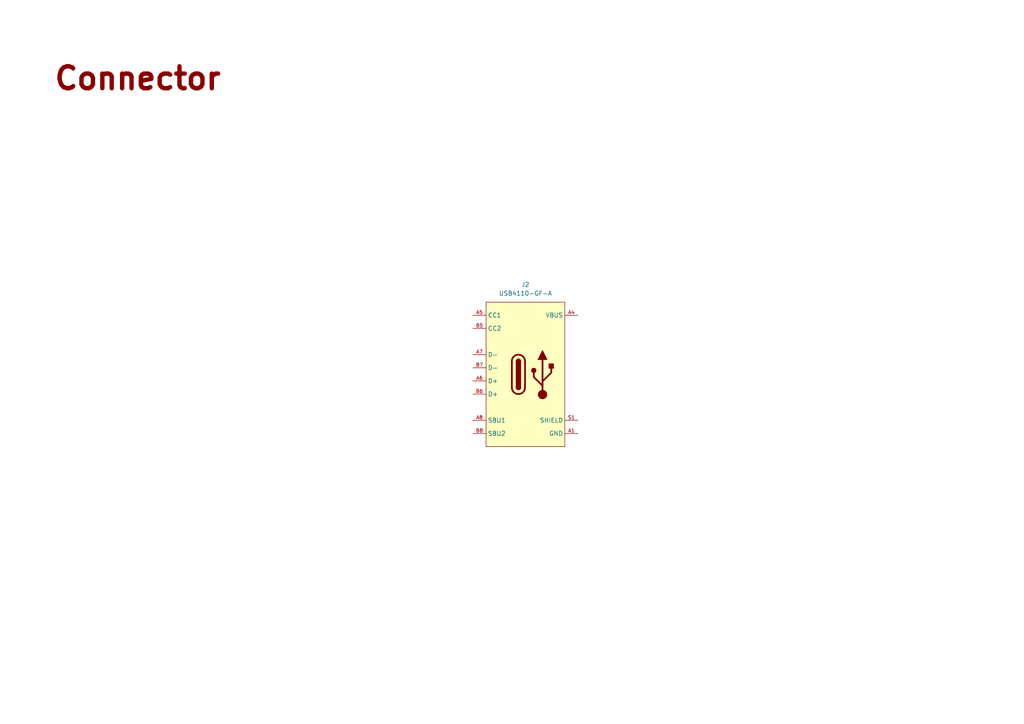
<source format=kicad_sch>
(kicad_sch (version 20250114) (generator "eeschema") (generator_version "9.0")
  (paper "A4")
  (lib_symbols
    (symbol "-Connector-USB-C:USB4110-GF-A"
      (property "Reference" "J" (at 0 -3.81 0))
      (property "Value" "USB4110-GF-A" (at 0 -7.62 0))
      (symbol "USB4110-GF-A_0_1"
        (polyline (pts (xy 7.493 17.145) (xy 7.493 24.765)) (stroke (width 0.508)))
        (rectangle (start 8.763 17.145) (end 10.033 24.765) (stroke (width 0.254)) (fill (type outline)))
        (arc (start 8.763 24.765) (mid 9.398 25.3973) (end 10.033 24.765) (stroke (width 0.254)))
        (arc (start 8.763 24.765) (mid 9.398 25.3973) (end 10.033 24.765) (stroke (width 0.254)) (fill (type outline)))
        (arc (start 7.493 24.765) (mid 9.398 26.6617) (end 11.303 24.765) (stroke (width 0.508)))
        (arc (start 11.303 17.145) (mid 9.398 15.2483) (end 7.493 17.145) (stroke (width 0.508)))
        (arc (start 10.033 17.145) (mid 9.398 16.5127) (end 8.763 17.145) (stroke (width 0.254)))
        (arc (start 10.033 17.145) (mid 9.398 16.5127) (end 8.763 17.145) (stroke (width 0.254)) (fill (type outline)))
        (polyline (pts (xy 11.303 24.765) (xy 11.303 17.145)) (stroke (width 0.508)))
        (circle (center 13.843 22.098) (radius 0.635) (stroke (width 0.254)) (fill (type outline)))
        (polyline (pts (xy 15.113 25.273) (xy 16.383 27.813) (xy 17.653 25.273) (xy 15.113 25.273)) (stroke (width 0.254)) (fill (type outline)))
        (polyline (pts (xy 16.383 18.923) (xy 18.923 21.463) (xy 18.923 22.733)) (stroke (width 0.508)))
        (polyline (pts (xy 16.383 17.653) (xy 13.843 20.193) (xy 13.843 21.463)) (stroke (width 0.508)))
        (polyline (pts (xy 16.383 15.113) (xy 16.383 25.273)) (stroke (width 0.508)))
        (circle (center 16.383 15.113) (radius 1.27) (fill (type outline)))
        (rectangle (start 18.288 22.733) (end 19.558 24.003) (stroke (width 0.254)) (fill (type outline)))
      )
      (symbol "USB4110-GF-A_1_1"
        (rectangle (start 0 41.91) (end 22.86 0) (fill (type background)))
        (pin passive line (at -3.81 38.1 0) (length 3.81) (name "CC1") (number "A5"))
        (pin passive line (at -3.81 34.29 0) (length 3.81) (name "CC2") (number "B5"))
        (pin passive line (at -3.81 26.67 0) (length 3.81) (name "D-") (number "A7"))
        (pin passive line (at -3.81 22.86 0) (length 3.81) (name "D-") (number "B7"))
        (pin passive line (at -3.81 19.05 0) (length 3.81) (name "D+") (number "A6"))
        (pin passive line (at -3.81 15.24 0) (length 3.81) (name "D+") (number "B6"))
        (pin passive line (at -3.81 7.62 0) (length 3.81) (name "SBU1") (number "A8"))
        (pin passive line (at -3.81 3.81 0) (length 3.81) (name "SBU2") (number "B8"))
        (pin passive line (at 26.67 38.1 180) (length 3.81) (name "VBUS") (number "A4"))
        (pin passive line (at 26.67 38.1 180) (length 3.81) (hide yes) (name "VBUS") (number "A9"))
        (pin passive line (at 26.67 38.1 180) (length 3.81) (hide yes) (name "VBUS") (number "B4"))
        (pin passive line (at 26.67 38.1 180) (length 3.81) (hide yes) (name "VBUS") (number "B9"))
        (pin passive line (at 26.67 7.62 180) (length 3.81) (name "SHIELD") (number "S1"))
        (pin passive line (at 26.67 3.81 180) (length 3.81) (name "GND") (number "A1"))
        (pin passive line (at 26.67 3.81 180) (length 3.81) (hide yes) (name "GND") (number "A12"))
        (pin passive line (at 26.67 3.81 180) (length 3.81) (hide yes) (name "GND") (number "B1"))
        (pin passive line (at 26.67 3.81 180) (length 3.81) (hide yes) (name "GND") (number "B12"))
      )
    )
  )
  (text "Connector" (at 15.24 26.67 0) (effects (font (size 6.35 6.35) (thickness 1.27) (bold yes)) (justify left bottom)))
  (symbol (lib_id "-Connector-USB-C:USB4110-GF-A") (at 140.97 129.54 0) (unit 1)
    (property "Reference" "J2" (at 152.4 82.55 0))
    (property "Value" "USB4110-GF-A" (at 152.4 85.09 0))
    (property "Footprint" "Connector_USB:USB_C_Receptacle_GCT_USB4110" (effects (hide yes)))
    (property "Datasheet" "https://gct.co/files/specs/usb4110-spec.pdf" (effects (hide yes)))
    (property "Description" "USB-C (USB TYPE-C) USB 2.0 Receptacle Connector 24 (16+8 Dummy) Position Surface Mount, Right Angle" (effects (hide yes)))
    (property "Link" "https://www.digikey.com/en/products/detail/gct/USB4110-GF-A/10384547" (effects (hide yes)))
    (property "Manufacturer" "GCT" (effects (hide yes)))
    (property "Manufacturer P/N" "USB4110-GF-A" (effects (hide yes)))
    (property "Digikey P/N" "2073-USB4110-GF-A-1-ND" (effects (hide yes)))
    (property "Mouser P/N" "640-USB4110-GF-A" (effects (hide yes)))
    (property "LCSC P/N" "C5143397" (effects (hide yes)))
  )
)
</source>
